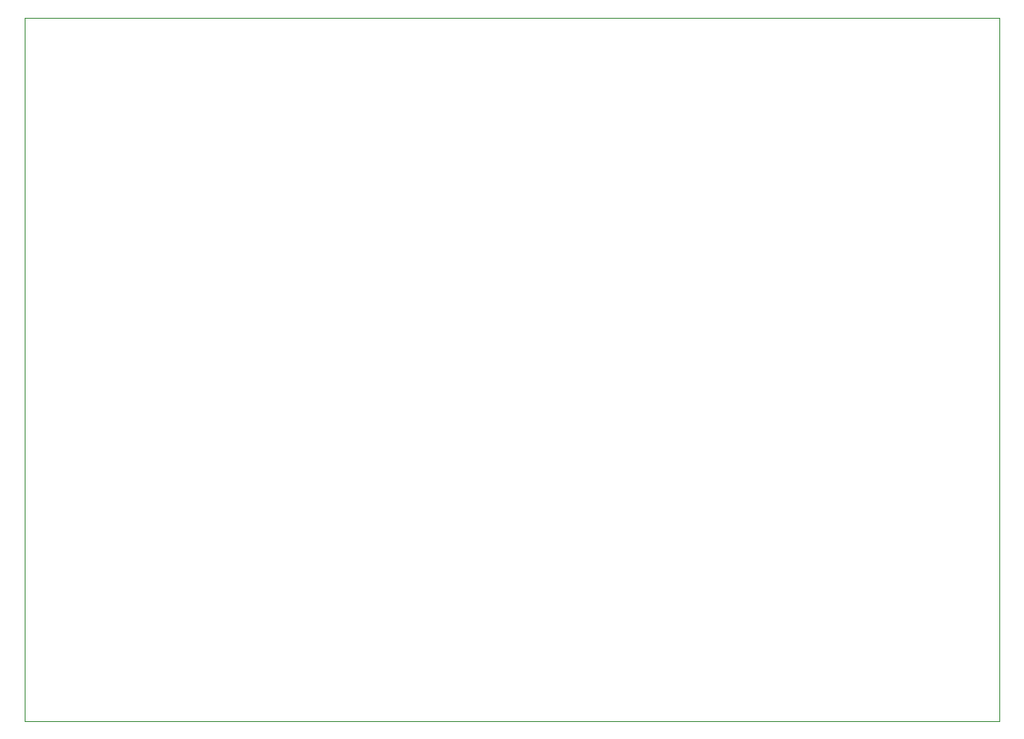
<source format=gbr>
%TF.GenerationSoftware,KiCad,Pcbnew,8.0.5*%
%TF.CreationDate,2024-10-09T02:25:36+03:00*%
%TF.ProjectId,DC-CDI,44432d43-4449-42e6-9b69-6361645f7063,rev?*%
%TF.SameCoordinates,Original*%
%TF.FileFunction,Profile,NP*%
%FSLAX46Y46*%
G04 Gerber Fmt 4.6, Leading zero omitted, Abs format (unit mm)*
G04 Created by KiCad (PCBNEW 8.0.5) date 2024-10-09 02:25:36*
%MOMM*%
%LPD*%
G01*
G04 APERTURE LIST*
%TA.AperFunction,Profile*%
%ADD10C,0.100000*%
%TD*%
G04 APERTURE END LIST*
D10*
X133000000Y-63000000D02*
X230000000Y-63000000D01*
X230000000Y-133000000D01*
X133000000Y-133000000D01*
X133000000Y-63000000D01*
M02*

</source>
